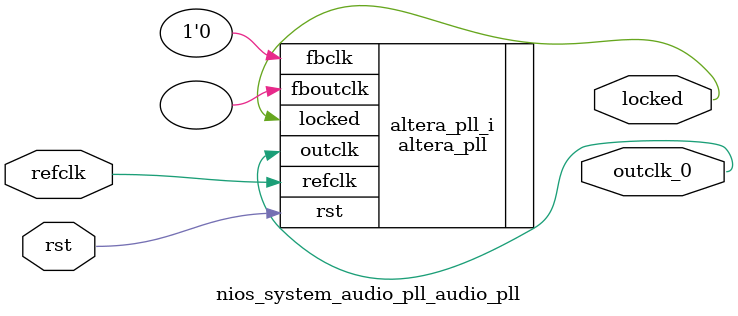
<source format=v>
`timescale 1ns/10ps
module  nios_system_audio_pll_audio_pll(

	// interface 'refclk'
	input wire refclk,

	// interface 'reset'
	input wire rst,

	// interface 'outclk0'
	output wire outclk_0,

	// interface 'locked'
	output wire locked
);

	altera_pll #(
		.fractional_vco_multiplier("false"),
		.reference_clock_frequency("50.0 MHz"),
		.operation_mode("direct"),
		.number_of_clocks(1),
		.output_clock_frequency0("12.288135 MHz"),
		.phase_shift0("0 ps"),
		.duty_cycle0(50),
		.output_clock_frequency1("0 MHz"),
		.phase_shift1("0 ps"),
		.duty_cycle1(50),
		.output_clock_frequency2("0 MHz"),
		.phase_shift2("0 ps"),
		.duty_cycle2(50),
		.output_clock_frequency3("0 MHz"),
		.phase_shift3("0 ps"),
		.duty_cycle3(50),
		.output_clock_frequency4("0 MHz"),
		.phase_shift4("0 ps"),
		.duty_cycle4(50),
		.output_clock_frequency5("0 MHz"),
		.phase_shift5("0 ps"),
		.duty_cycle5(50),
		.output_clock_frequency6("0 MHz"),
		.phase_shift6("0 ps"),
		.duty_cycle6(50),
		.output_clock_frequency7("0 MHz"),
		.phase_shift7("0 ps"),
		.duty_cycle7(50),
		.output_clock_frequency8("0 MHz"),
		.phase_shift8("0 ps"),
		.duty_cycle8(50),
		.output_clock_frequency9("0 MHz"),
		.phase_shift9("0 ps"),
		.duty_cycle9(50),
		.output_clock_frequency10("0 MHz"),
		.phase_shift10("0 ps"),
		.duty_cycle10(50),
		.output_clock_frequency11("0 MHz"),
		.phase_shift11("0 ps"),
		.duty_cycle11(50),
		.output_clock_frequency12("0 MHz"),
		.phase_shift12("0 ps"),
		.duty_cycle12(50),
		.output_clock_frequency13("0 MHz"),
		.phase_shift13("0 ps"),
		.duty_cycle13(50),
		.output_clock_frequency14("0 MHz"),
		.phase_shift14("0 ps"),
		.duty_cycle14(50),
		.output_clock_frequency15("0 MHz"),
		.phase_shift15("0 ps"),
		.duty_cycle15(50),
		.output_clock_frequency16("0 MHz"),
		.phase_shift16("0 ps"),
		.duty_cycle16(50),
		.output_clock_frequency17("0 MHz"),
		.phase_shift17("0 ps"),
		.duty_cycle17(50),
		.pll_type("General"),
		.pll_subtype("General")
	) altera_pll_i (
		.rst	(rst),
		.outclk	({outclk_0}),
		.locked	(locked),
		.fboutclk	( ),
		.fbclk	(1'b0),
		.refclk	(refclk)
	);
endmodule


</source>
